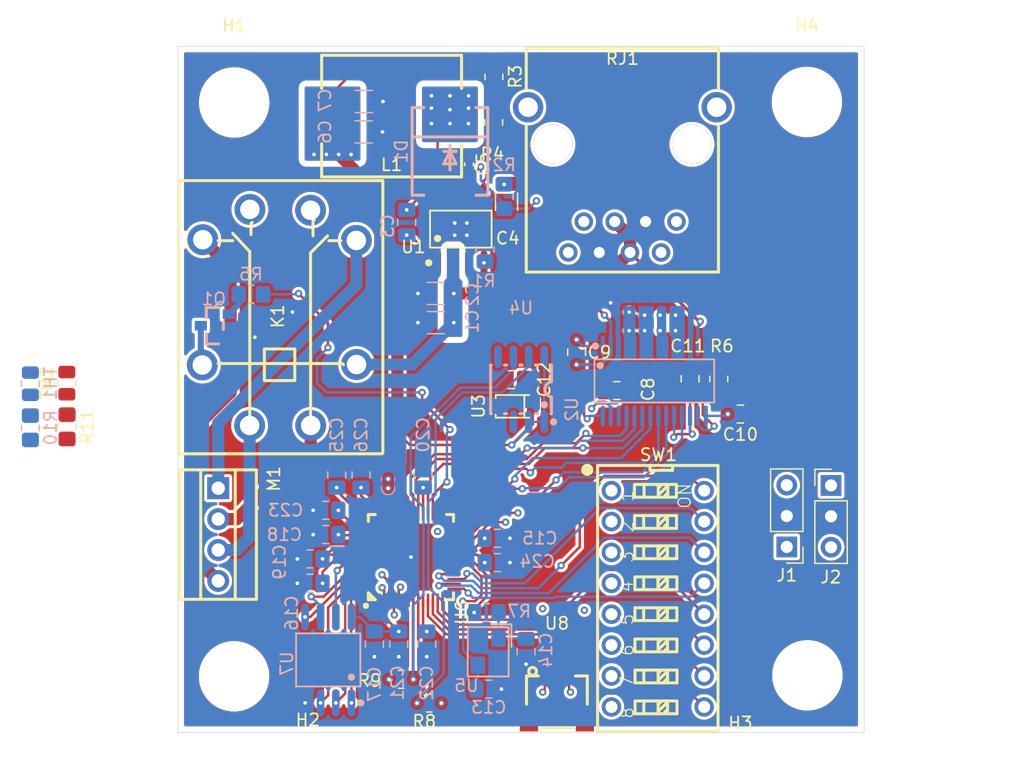
<source format=kicad_pcb>
(kicad_pcb (version 20240108) (generator "pcbnew") (generator_version "8.0")
  (layers (0 "F.Cu" signal) (1 "In1.Cu" signal) (2 "In2.Cu" signal) (31 "B.Cu" signal) (34 "B.Paste" user) (35 "F.Paste" user) (36 "B.SilkS" user "B.Silkscreen") (37 "F.SilkS" user "F.Silkscreen") (38 "B.Mask" user) (39 "F.Mask" user) (44 "Edge.Cuts" user))
  (net 0 "")
  (net 1 "VDD")
  (net 2 "GND")
  (net 3 "Net-(U1-BOOT)")
  (net 4 "Net-(D1-K)")
  (net 5 "Net-(C4-Pad1)")
  (net 6 "Net-(U1-COMP)")
  (net 7 "+3.3V")
  (net 8 "Net-(U2-CPL)")
  (net 9 "Net-(U2-CPH)")
  (net 10 "Net-(U2-VCP)")
  (net 11 "Net-(U2-DVDD)")
  (net 12 "Net-(U6-XIN)")
  (net 13 "Net-(C14-Pad2)")
  (net 14 "+1V1")
  (net 15 "/RP2040/UART0_TX")
  (net 16 "/RP2040/UART0_RX")
  (net 17 "/SWDIO")
  (net 18 "/SWCLK")
  (net 19 "/Motor/A0")
  (net 20 "/Motor/B1")
  (net 21 "/Motor/A1")
  (net 22 "/Motor/B0.Enabled")
  (net 23 "/Motor/A0.Enabled")
  (net 24 "Net-(Q1-D)")
  (net 25 "/Motor/B0")
  (net 26 "Net-(Q1-G)")
  (net 27 "Net-(U1-RT{slash}CLK)")
  (net 28 "/Power/FB")
  (net 29 "/EN_MOT")
  (net 30 "Net-(U2-nFAULT)")
  (net 31 "Net-(U6-XOUT)")
  (net 32 "/Magnetic Sensor/SCL")
  (net 33 "/Magnetic Sensor/SDA")
  (net 34 "/RP2040/ADC3")
  (net 35 "/RP2040/ADC2")
  (net 36 "/Power/Enable")
  (net 39 "/Power/Dir")
  (net 41 "/Power/Step")
  (net 42 "Net-(SW1-PIN10)")
  (net 43 "Net-(SW1-PIN13)")
  (net 44 "Net-(SW1-PIN12)")
  (net 45 "Net-(SW1-PIN11)")
  (net 46 "Net-(SW1-PIN9)")
  (net 47 "Net-(U6-GPIO14)")
  (net 48 "Net-(SW1-PIN14)")
  (net 49 "Net-(U6-GPIO15)")
  (net 51 "/EN")
  (net 52 "/STEP")
  (net 53 "/Motor/SDO")
  (net 54 "/Motor/SCLK")
  (net 56 "/DIR")
  (net 57 "/Motor/SDI")
  (net 58 "/Motor/CS")
  (net 62 "/RP2040/GP24")
  (net 63 "/RP2040/D3")
  (net 66 "/RP2040/ADC0")
  (net 67 "/RP2040/D1")
  (net 68 "/RP2040/CLK")
  (net 69 "/RP2040/SS")
  (net 70 "/RP2040/D0")
  (net 71 "/RP2040/ADC1")
  (net 72 "/RP2040/GP5")
  (net 74 "/RP2040/GP25")
  (net 75 "/RP2040/D2")
  (net 76 "/RP2040/GP4")
  (footprint "Capacitor_SMD:C_0805_2012Metric_Pad1.18x1.45mm_HandSolder" (layer "F.Cu") (at 207.4 71)
    (property "Reference" "C12")
    (property "Value" "0.1u")
  )
  (footprint "MountingHole:MountingHole_5.3mm_M5" (layer "F.Cu") (at 231.7 48.18)
    (property "Reference" "H4")
    (property "Value" "MountingHole_Pad")
  )
  (footprint "PARTS:RELAY-TH_SRE-12VDC-SL-2C" (layer "F.Cu") (at 188.34 65.89 90)
    (property "Reference" "K1")
    (property "Value" "SRE-24VDC-SL-2C")
  )
  (footprint "Connector_PinHeader_2.54mm:PinHeader_1x03_P2.54mm_Vertical" (layer "F.Cu") (at 233.684 79.699)
    (property "Reference" "J2")
    (property "Value" "Conn_01x03_Socket")
  )
  (footprint "Capacitor_SMD:C_0805_2012Metric_Pad1.18x1.45mm_HandSolder" (layer "F.Cu") (at 222.098 70.934 -90)
    (property "Reference" "C11")
    (property "Value" "0.1u")
  )
  (footprint "PARTS:SOD-123_L2.7-W1.6-LS3.7-RD" (layer "F.Cu") (at 207.5 73.2 180)
    (property "Reference" "U3")
    (property "Value" "PTVS6V0S1UR_C18723426")
  )
  (footprint "Resistor_SMD:R_0805_2012Metric_Pad1.20x1.40mm_HandSolder" (layer "F.Cu") (at 200.65 97.5925)
    (property "Reference" "R8")
    (property "Value" "5k")
  )
  (footprint "PARTS:SOIC-8_L5.0-W4.0-P1.27-LS6.0-BL-EP2.0" (layer "F.Cu") (at 203.25 58.63)
    (property "Reference" "U1")
    (property "Value" "TPS54360BDDAR")
  )
  (footprint "Capacitor_SMD:C_0402_1005Metric_Pad0.74x0.62mm_HandSolder" (layer "F.Cu") (at 203.93 53.3075 90)
    (property "Reference" "C5")
    (property "Value" "39p")
  )
  (footprint "Resistor_SMD:R_0805_2012Metric_Pad1.20x1.40mm_HandSolder" (layer "F.Cu") (at 205.95 49.86 -90)
    (property "Reference" "R4")
    (property "Value" "10.2k")
  )
  (footprint "PARTS:RJ45-TH_R-RJ45R10P-B000" (layer "F.Cu") (at 216.53 54.58)
    (property "Reference" "RJ1")
    (property "Value" "R-RJ45R10P-B000")
  )
  (footprint "Resistor_SMD:R_0805_2012Metric_Pad1.20x1.40mm_HandSolder" (layer "F.Cu") (at 198.35 95.6425)
    (property "Reference" "R9")
    (property "Value" "5k")
  )
  (footprint "MountingHole:MountingHole_5.3mm_M5" (layer "F.Cu") (at 184.61 95.39)
    (property "Reference" "H2")
    (property "Value" "MountingHole_Pad")
  )
  (footprint "PARTS:LQFN-56_L7.0-W7.0-P0.4-EP" (layer "F.Cu") (at 199.15 85.5925 90)
    (property "Reference" "U6")
    (property "Value" "RP2040")
  )
  (footprint "MountingHole:MountingHole_5.3mm_M5" (layer "F.Cu") (at 184.62 48.22)
    (property "Reference" "H1")
    (property "Value" "MountingHole_Pad")
  )
  (footprint "Resistor_SMD:R_0805_2012Metric_Pad1.20x1.40mm_HandSolder" (layer "F.Cu") (at 224.456 70.944 -90)
    (property "Reference" "R6")
    (property "Value" "10k")
  )
  (footprint "MountingHole:MountingHole_5.3mm_M5" (layer "F.Cu") (at 231.74 95.31)
    (property "Reference" "H3")
    (property "Value" "MountingHole_Pad")
  )
  (footprint "Resistor_SMD:R_0805_2012Metric_Pad1.20x1.40mm_HandSolder" (layer "F.Cu") (at 170.882 74.8795 -90)
    (property "Reference" "R11")
    (property "Value" "5k")
  )
  (footprint "PARTS:SW-TH_16P-L21.9-W9.9-P2.54-LS7.6" (layer "F.Cu") (at 219.4425 89.0175 -90)
    (property "Reference" "SW1")
    (property "Value" "DS-08BLP")
  )
  (footprint "Capacitor_SMD:C_1206_3216Metric" (layer "F.Cu") (at 207.01 56.38 -90)
    (property "Reference" "C4")
    (property "Value" "6800p")
  )
  (footprint "Capacitor_SMD:C_0805_2012Metric_Pad1.18x1.45mm_HandSolder" (layer "F.Cu") (at 212.772 68.752 90)
    (property "Reference" "C9")
    (property "Value" "0.22u")
  )
  (footprint "Connector_PinHeader_2.54mm:PinHeader_1x03_P2.54mm_Vertical" (layer "F.Cu") (at 230.044 84.754 180)
    (property "Reference" "J1")
    (property "Value" "Conn_01x03_Socket")
  )
  (footprint "Capacitor_SMD:C_0805_2012Metric_Pad1.18x1.45mm_HandSolder" (layer "F.Cu") (at 226.234 73.832 180)
    (property "Reference" "C10")
    (property "Value" "0.47u")
  )
  (footprint "Capacitor_SMD:C_0805_2012Metric_Pad1.18x1.45mm_HandSolder" (layer "F.Cu") (at 216.078 71.904 180)
    (property "Reference" "C8")
    (property "Value" "0.022u")
  )
  (footprint "Resistor_SMD:R_0805_2012Metric" (layer "F.Cu") (at 170.862 71.292 90)
    (property "Reference" "TH2")
    (property "Value" "10K")
  )
  (footprint "PARTS:CONN-TH_DB125-2.54-4P-GN" (layer "F.Cu") (at 183.308 83.738 -90)
    (property "Reference" "M1")
    (property "Value" "Stepper_Motor_bipolar")
  )
  (footprint "PARTS:CONN-SMD_SM03B-SRSS-TB-LF-SN-P" (layer "F.Cu") (at 211.15 96.98)
    (property "Reference" "U8")
    (property "Value" "SM03B-SRSS-TB(LF)(SN)(P)")
  )
  (footprint "PARTS:IND-SMD_L11.5-W10.0_FXL1040" (layer "F.Cu") (at 197.56 49.34 180)
    (property "Reference" "L1")
    (property "Value" "FXL1040-8R2-M")
  )
  (footprint "Resistor_SMD:R_0805_2012Metric_Pad1.20x1.40mm_HandSolder" (layer "F.Cu") (at 205.97 46.12 -90)
    (property "Reference" "R3")
    (property "Value" "31.6k")
  )
  (footprint "Resistor_SMD:R_0805_2012Metric_Pad1.20x1.40mm_HandSolder" (layer "B.Cu") (at 205.24 60.29 90)
    (property "Reference" "R1")
    (property "Value" "162k")
  )
  (footprint "Capacitor_SMD:C_0805_2012Metric_Pad1.18x1.45mm_HandSolder" (layer "B.Cu") (at 205.55 96.4425)
    (property "Reference" "C13")
    (property "Value" "15p")
  )
  (footprint "Resistor_SMD:R_0805_2012Metric_Pad1.20x1.40mm_HandSolder" (layer "B.Cu") (at 186 63.99 180)
    (property "Reference" "R5")
    (property "Value" "1k")
  )
  (footprint "Capacitor_SMD:C_0805_2012Metric_Pad1.18x1.45mm_HandSolder" (layer "B.Cu") (at 206.25 84.0425 180)
    (property "Reference" "C15")
    (property "Value" "0.1u")
  )
  (footprint "Capacitor_SMD:C_0805_2012Metric_Pad1.18x1.45mm_HandSolder" (layer "B.Cu") (at 192.15 81.7425)
    (property "Reference" "C23")
    (property "Value" "0.1u")
  )
  (footprint "Capacitor_SMD:C_0805_2012Metric_Pad1.18x1.45mm_HandSolder" (layer "B.Cu") (at 195.05 78.8425 -90)
    (property "Reference" "C26")
    (property "Value" "0.1u")
  )
  (footprint "PARTS:SOT-23_L2.9-W1.3-P1.90-LS2.4-BR" (layer "B.Cu") (at 183.03 66.57)
    (property "Reference" "Q1")
    (property "Value" "AO3400_C2938367")
  )
  (footprint "Resistor_SMD:R_0805_2012Metric_Pad1.20x1.40mm_HandSolder" (layer "B.Cu") (at 205.35 90.1425 180)
    (property "Reference" "R7")
    (property "Value" "1k")
  )
  (footprint "Capacitor_SMD:C_0805_2012Metric_Pad1.18x1.45mm_HandSolder" (layer "B.Cu") (at 200.45 92.7425 90)
    (property "Reference" "C22")
    (property "Value" "0.1u")
  )
  (footprint "Resistor_SMD:R_0805_2012Metric_Pad1.20x1.40mm_HandSolder" (layer "B.Cu") (at 167.868 74.9585 90)
    (property "Reference" "R10")
    (property "Value" "5k")
  )
  (footprint "PARTS:CRYSTAL-SMD_4P-L3.2-W2.5-BL" (layer "B.Cu") (at 205.5 93.3725 -90)
    (property "Reference" "U5")
    (property "Value" "ABM8-272-T3_C20625731")
  )
  (footprint "Capacitor_SMD:C_0805_2012Metric_Pad1.18x1.45mm_HandSolder" (layer "B.Cu") (at 200.15 78.8425 -90)
    (property "Reference" "C20")
    (property "Value" "0.1u")
  )
  (footprint "Capacitor_SMD:C_0805_2012Metric_Pad1.18x1.45mm_HandSolder" (layer "B.Cu") (at 206.25 86.0425 180)
    (property "Reference" "C24")
    (property "Value" "0.1u")
  )
  (footprint "Capacitor_SMD:C_0805_2012Metric_Pad1.18x1.45mm_HandSolder" (layer "B.Cu") (at 198.15 92.7425 90)
    (property "Reference" "C21")
    (property "Value" "0.1u")
  )
  (footprint "Capacitor_SMD:C_1206_3216Metric" (layer "B.Cu") (at 201.2 66.32 180)
    (property "Reference" "C1")
    (property "Value" "2.2u")
  )
  (footprint "Capacitor_SMD:C_1206_3216Metric_Pad1.33x1.80mm_HandSolder" (layer "B.Cu") (at 195.2525 50.64)
    (property "Reference" "C6")
    (property "Value" "47u")
  )
  (footprint "Capacitor_SMD:C_0805_2012Metric_Pad1.18x1.45mm_HandSolder" (layer "B.Cu") (at 196.15 92.7425 90)
    (property "Reference" "C17")
    (property "Value" "0.1u")
  )
  (footprint "Capacitor_SMD:C_0805_2012Metric_Pad1.18x1.45mm_HandSolder" (layer "B.Cu") (at 190.85 87.7425)
    (property "Reference" "C16")
    (property "Value" "0.1u")
  )
  (footprint "Capacitor_SMD:C_0805_2012Metric_Pad1.18x1.45mm_HandSolder" (layer "B.Cu") (at 193.05 78.8425 -90)
    (property "Reference" "C25")
    (property "Value" "0.1u")
  )
  (footprint "Resistor_SMD:R_0805_2012Metric" (layer "B.Cu") (at 167.868 71.3385 90)
    (property "Reference" "TH1")
    (property "Value" "10K")
  )
  (footprint "Capacitor_SMD:C_0805_2012Metric_Pad1.18x1.45mm_HandSolder" (layer "B.Cu") (at 192.15 83.7425)
    (property "Reference" "C18")
    (property "Value" "1u")
  )
  (footprint "Capacitor_SMD:C_0805_2012Metric_Pad1.18x1.45mm_HandSolder" (layer "B.Cu") (at 190.85 85.7425)
    (property "Reference" "C19")
    (property "Value" "1u")
  )
  (footprint "Resistor_SMD:R_0805_2012Metric_Pad1.20x1.40mm_HandSolder" (layer "B.Cu") (at 206.81 55.95 90)
    (property "Reference" "R2")
    (property "Value" "13k")
  )
  (footprint "PARTS:SOIC-8_L5.3-W5.3-P1.27-LS8.0-BL" (layer "B.Cu") (at 192.35 94.0425 180)
    (property "Reference" "U7")
    (property "Value" "W25Q128JVSIQTR")
  )
  (footprint "PARTS:HTSSOP-28_L9.7-W4.4-P0.65-LS6.4-BL-EP-5" (layer "B.Cu") (at 219.158 71.114)
    (property "Reference" "U2")
    (property "Value" "DRV8434SPWPR")
  )
  (footprint "PARTS:SOP-8_L4.9-W3.9-P1.27-LS6.0-BL" (layer "B.Cu") (at 208.2 71.8 180)
    (property "Reference" "U4")
    (property "Value" "MT6701CT-STD-R")
  )
  (footprint "Capacitor_SMD:C_0805_2012Metric_Pad1.18x1.45mm_HandSolder" (layer "B.Cu") (at 198.802 58.084 90)
    (property "Reference" "C3")
    (property "Value" "0.1u")
  )
  (footprint "Capacitor_SMD:C_0805_2012Metric_Pad1.18x1.45mm_HandSolder" (layer "B.Cu") (at 208.615 93.3575 90)
    (property "Reference" "C14")
    (property "Value" "15p")
  )
  (footprint "Capacitor_SMD:C_1206_3216Metric" (layer "B.Cu") (at 201.2 63.92 180)
    (property "Reference" "C2")
    (property "Value" "2.2u")
  )
  (footprint "Capacitor_SMD:C_1206_3216Metric_Pad1.33x1.80mm_HandSolder" (layer "B.Cu") (at 195.29 48.14)
    (property "Reference" "C7")
    (property "Value" "47u")
  )
  (footprint "PARTS:SMC_L7.1-W6.2-LS8.1-RD" (layer "B.Cu") (at 202.358 52.242 -90)
    (property "Reference" "D1")
    (property "Value" "B560C-13-F")
  )
  (gr_rect (start 180 43.6) (end 236.4 100) (stroke (width 0.05)) (fill none) (layer "Edge.Cuts"))
  (segment (start 215.058 65.704) (end 213.79 64.436) (width 0.25) (layer "F.Cu") (net 1))
  (segment (start 222.822 66.212) (end 217.16 60.55) (width 0.25) (layer "F.Cu") (net 1))
  (segment (start 217.16 59.27) (end 215.9 58.01) (width 1) (layer "F.Cu") (net 1))
  (segment (start 202.675 63.92) (end 213.79 63.92) (width 1) (layer "F.Cu") (net 1))
  (segment (start 213.79 64.436) (end 213.79 63.92) (width 0.25) (layer "F.Cu") (net 1))
  (segment (start 217.16 60.55) (end 217.16 59.27) (width 1) (layer "F.Cu") (net 1))
  (segment (start 213.79 63.92) (end 217.16 60.55) (width 1) (layer "F.Cu") (net 1))
  (segment (start 222.932 66.212) (end 222.822 66.212) (width 0.25) (layer "F.Cu") (net 1))
  (via (at 202.675 63.92) (size 0.6) (drill 0.3) (layers "F.Cu" "B.Cu") (net 1))
  (via (at 215.058 65.704) (size 0.6) (drill 0.3) (layers "F.Cu" "B.Cu") (net 1))
  (via (at 202.675 66.32) (size 0.6) (drill 0.3) (layers "F.Cu" "B.Cu") (net 1))
  (via (at 222.932 66.212) (size 0.6) (drill 0.3) (layers "F.Cu" "B.Cu") (net 1))
  (via (at 212.772 69.768) (size 0.6) (drill 0.3) (layers "F.Cu" "B.Cu") (net 1))
  (segment (start 215.578 68.244) (end 215.578 68.989036) (width 0.25) (layer "B.Cu") (net 1))
  (segment (start 215.578 68.989036) (end 214.799036 69.768) (width 0.25) (layer "B.Cu") (net 1))
  (segment (start 199.235 69.76) (end 202.675 66.32) (width 1) (layer "B.Cu") (net 1))
  (segment (start 222.932 66.464116) (end 222.932 66.212) (width 0.25) (layer "B.Cu") (net 1))
  (segment (start 222.738 68.244) (end 222.738 66.658116) (width 0.25) (layer "B.Cu") (net 1))
  (segment (start 222.738 66.658116) (end 222.932 66.464116) (width 0.25) (layer "B.Cu") (net 1))
  (segment (start 214.799036 69.768) (end 212.772 69.768) (width 0.25) (layer "B.Cu") (net 1))
  (segment (start 215.578 68.244) (end 215.578 66.224) (width 0.25) (layer "B.Cu") (net 1))
  (segment (start 215.578 66.224) (end 215.058 65.704) (width 0.25) (layer "B.Cu") (net 1))
  (segment (start 194.68 69.76) (end 199.235 69.76) (width 1) (layer "B.Cu") (net 1))
  (segment (start 203.93 52.74) (end 202.62 54.05) (width 0.2) (layer "F.Cu") (net 2))
  (segment (start 188.388 65.45) (end 189.404 65.45) (width 0.5) (layer "F.Cu") (net 2))
  (segment (start 213.968 60.55) (end 211.273 57.855) (width 0.5) (layer "F.Cu") (net 2))
  (segment (start 186.318 67.52) (end 188.388 65.45) (width 0.5) (layer "F.Cu") (net 2))
  (segment (start 204.07 52.74) (end 205.95 50.86) (width 0.2) (layer "F.Cu") (net 2))
  (segment (start 202.62 54.05) (end 202.62 55.86) (width 0.2) (layer "F.Cu") (net 2))
  (segment (start 211.273 57.855) (end 207.01 57.855) (width 0.5) (layer "F.Cu") (net 2))
  (segment (start 203.93 52.74) (end 204.07 52.74) (width 0.2) (layer "F.Cu") (net 2))
  (segment (start 205.86 71.5025) (end 206.3625 71) (width 0.1) (layer "F.Cu") (net 2))
  (segment (start 214.63 60.55) (end 213.968 60.55) (width 0.5) (layer "F.Cu") (net 2))
  (segment (start 205.86 73.2) (end 205.86 71.5025) (width 0.25) (layer "F.Cu") (net 2))
  (via (at 199.725 66.32) (size 0.6) (drill 0.3) (layers "F.Cu" "B.Cu") (net 2))
  (via (at 199.15 85.5925) (size 0.6) (drill 0.3) (layers "F.Cu" "B.Cu") (net 2))
  (via (at 207.2875 86.0425) (size 0.6) (drill 0.3) (layers "F.Cu" "B.Cu") (net 2))
  (via (at 198.15 93.78) (size 0.6) (drill 0.3) (layers "F.Cu" "B.Cu") (net 2))
  (via (at 206.5875 96.4425) (size 0.6) (drill 0.3) (layers "F.Cu" "B.Cu") (net 2))
  (via (at 191.1125 83.7425) (size 0.6) (drill 0.3) (layers "F.Cu" "B.Cu") (net 2))
  (via (at 196.815 50.64) (size 0.6) (drill 0.3) (layers "F.Cu" "B.Cu") (net 2))
  (via (at 189.404 65.45) (size 0.6) (drill 0.3) (layers "F.Cu" "B.Cu") (net 2))
  (via (at 200.45 93.78) (size 0.6) (drill 0.3) (layers "F.Cu" "B.Cu") (net 2))
  (via (at 191.1125 81.7425) (size 0.6) (drill 0.3) (layers "F.Cu" "B.Cu") (net 2))
  (via (at 207.2875 84.0425) (size 0.6) (drill 0.3) (layers "F.Cu" "B.Cu") (net 2))
  (via (at 190.45 97.5725) (size 0.6) (drill 0.3) (layers "F.Cu" "B.Cu") (net 2))
  (via (at 189.8125 87.7425) (size 0.6) (drill 0.3) (layers "F.Cu" "B.Cu") (net 2))
  (via (at 186.318 67.52) (size 0.6) (drill 0.3) (layers "F.Cu" "B.Cu") (net 2))
  (via (at 196.15 93.78) (size 0.6) (drill 0.3) (layers "F.Cu" "B.Cu") (net 2))
  (via (at 189.8125 85.7425) (size 0.6) (drill 0.3) (layers "F.Cu" "B.Cu") (net 2))
  (via (at 208.615 94.395) (size 0.6) (drill 0.3) (layers "F.Cu" "B.Cu") (net 2))
  (via (at 215.566 64.688) (size 0.6) (drill 0.3) (layers "F.Cu" "B.Cu") (net 2))
  (via (at 199.725 63.92) (size 0.6) (drill 0.3) (layers "F.Cu" "B.Cu") (net 2))
  (via (at 196.8525 48.14) (size 0.6) (drill 0.3) (layers "F.Cu" "B.Cu") (net 2))
  (segment (start 223.388 68.244) (end 223.388 67.519) (width 0.2) (layer "B.Cu") (net 2))
  (segment (start 214.63 60.55) (end 215.84 59.34) (width 0.5) (layer "B.Cu") (net 2))
  (segment (start 216.228 65.35) (end 215.566 64.688) (width 0.25) (layer "B.Cu") (net 2))
  (segment (start 208.5375 94.4725) (end 208.615 94.395) (width 0.2) (layer "B.Cu") (net 2))
  (segment (start 204.65 92.2725) (end 204.65 92.4725) (width 0.2) (layer "B.Cu") (net 2))
  (segment (start 217.11 59.34) (end 218.44 58.01) (width 0.5) (layer "B.Cu") (net 2))
  (segment (start 206.35 96.205) (end 206.5875 96.4425) (width 0.2) (layer "B.Cu") (net 2))
  (segment (start 206.35 94.4725) (end 208.5375 94.4725) (width 0.2) (layer "B.Cu") (net 2))
  (segment (start 216.228 68.244) (end 216.228 65.35) (width 0.25) (layer "B.Cu") (net 2))
  (segment (start 204.65 92.4725) (end 206.35 94.1725) (width 0.2) (layer "B.Cu") (net 2))
  (segment (start 215.84 59.34) (end 217.11 59.34) (width 0.5) (layer "B.Cu") (net 2))
  (segment (start 206.35 94.1725) (end 206.35 94.4725) (width 0.2) (layer "B.Cu") (net 2))
  (segment (start 206.35 94.4725) (end 206.35 96.205) (width 0.2) (layer "B.Cu") (net 2))
  (segment (start 184.18 67.52) (end 186.318 67.52) (width 0.5) (layer "B.Cu") (net 2))
  (segment (start 201.34 61.4) (end 199.0615 59.1215) (width 0.2) (layer "F.Cu") (net 3))
  (segment (start 199.0615 59.1215) (end 198.802 59.1215) (width 0.2) (layer "F.Cu") (net 3))
  (via (at 198.802 59.1215) (size 0.6) (drill 0.3) (layers "F.Cu" "B.Cu") (net 3))
  (segment (start 199.9885 55.86) (end 198.802 57.0465) (width 0.2) (layer "F.Cu") (net 4))
  (segment (start 201.34 55.86) (end 199.9885 55.86) (width 0.2) (layer "F.Cu") (net 4))
  (segment (start 201.34 50.462) (end 200.834 49.956) (width 0.2) (layer "F.Cu") (net 4))
  (segment (start 201.34 55.86) (end 201.34 50.462) (width 0.2) (layer "F.Cu") (net 4))
  (via (at 200.834 49.956) (size 0.6) (drill 0.3) (layers "F.Cu" "B.Cu") (net 4))
  (via (at 202.358 49.956) (size 0.6) (drill 0.3) (layers "F.Cu" "B.Cu") (net 4))
  (via (at 202.358 47.67) (size 0.6) (drill 0.3) (layers "F.Cu" "B.Cu") (net 4))
  (via (at 203.882 47.67) (size 0.6) (drill 0.3) (layers "F.Cu" "B.Cu") (net 4))
  (via (at 198.802 57.0465) (size 0.6) (drill 0.3) (layers "F.Cu" "B.Cu") (net 4))
  (via (at 202.358 48.812) (size 0.6) (drill 0.3) (layers "F.Cu" "B.Cu") (net 4))
  (via (at 203.882 48.686) (size 0.6) (drill 0.3) (layers "F.Cu" "B.Cu") (net 4))
  (via (at 200.834 48.686) (size 0.6) (drill 0.3) (layers "F.Cu" "B.Cu") (net 4))
  (via (at 200.834 47.67) (size 0.6) (drill 0.3) (layers "F.Cu" "B.Cu") (net 4))
  (via (at 203.882 49.956) (size 0.6) (drill 0.3) (layers "F.Cu" "B.Cu") (net 4))
  (via (at 206.81 54.95) (size 0.6) (drill 0.3) (layers "F.Cu" "B.Cu") (net 5))
  (segment (start 203.93 55.81) (end 203.88 55.86) (width 0.2) (layer "F.Cu") (net 6))
  (segment (start 204.535 53.875) (end 204.898 53.512) (width 0.2) (layer "F.Cu") (net 6))
  (segment (start 203.93 53.875) (end 203.93 55.81) (width 0.2) (layer "F.Cu") (net 6))
  (segment (start 203.93 53.875) (end 204.535 53.875) (width 0.2) (layer "F.Cu") (net 6))
  (via (at 204.898 53.512) (size 0.6) (drill 0.3) (layers "F.Cu" "B.Cu") (net 6))
  (via (at 209.47 56.306) (size 0.6) (drill 0.3) (layers "F.Cu" "B.Cu") (net 6))
  (segment (start 208.826 56.95) (end 209.47 56.306) (width 0.2) (layer "B.Cu") (net 6))
  (segment (start 204.898 54.622744) (end 204.898 53.512) (width 0.2) (layer "B.Cu") (net 6))
  (segment (start 206.81 56.95) (end 208.826 56.95) (width 0.2) (layer "B.Cu") (net 6))
  (segment (start 206.81 56.534744) (end 204.898 54.622744) (width 0.2) (layer "B.Cu") (net 6))
  (segment (start 206.81 56.95) (end 206.81 56.534744) (width 0.2) (layer "B.Cu") (net 6))
  (segment (start 208.4375 71) (end 208.4375 72.4975) (width 0.25) (layer "F.Cu") (net 7))
  (segment (start 194.8375 83.3925) (end 193.1875 81.7425) (width 0.2) (layer "F.Cu") (net 7))
  (segment (start 196.63 55.912) (end 196.63 66.072) (width 1) (layer "F.Cu") (net 7))
  (segment (start 205.97 45.12) (end 195.002 45.12) (width 0.2) (layer "F.Cu") (net 7))
  (segment (start 198.15 91.705) (end 196.55 90.105) (width 0.2) (layer "F.Cu") (net 7))
  (segment (start 192.2375 85.3925) (end 191.8875 85.7425) (width 0.2) (layer "F.Cu") (net 7))
  (segment (start 200.15 79.88) (end 200.15 82.0425) (width 0.2) (layer "F.Cu") (net 7))
  (segment (start 196.55 82.0425) (end 195.05 80.5425) (width 0.2) (layer "F.Cu") (net 7))
  (segment (start 198.04 67.482) (end 198.04 75.356) (width 1) (layer "F.Cu") (net 7))
  (segment (start 205.2125 86.0425) (end 204.5625 85.3925) (width 0.2) (layer "F.Cu") (net 7))
  (segment (start 196.63 66.072) (end 198.04 67.482) (width 1) (layer "F.Cu") (net 7))
  (segment (start 195.002 45.12) (end 192.81 47.312) (width 0.2) (layer "F.Cu") (net 7))
  (segment (start 221.006 75.484) (end 220.752 75.738) (width 0.2) (layer "F.Cu") (net 7))
  (segment (start 192.81 47.312) (end 192.81 49.34) (width 0.2) (layer "F.Cu") (net 7))
  (segment (start 198.04 77.642) (end 197.532 78.15) (width 1) (layer "F.Cu") (net 7))
  (segment (start 195.6 82.6925) (end 193.05 80.1425) (width 0.2) (layer "F.Cu") (net 7))
  (segment (start 192.6375 84.9925) (end 191.8875 85.7425) (width 0.2) (layer "F.Cu") (net 7))
  (segment (start 195.6 82.9925) (end 195.6 82.6925) (width 0.2) (layer "F.Cu") (net 7))
  (segment (start 195.05 80.5425) (end 195.05 79.88) (width 0.2) (layer "F.Cu") (net 7))
  (segment (start 197.278 79.166) (end 197.278 79.928) (width 1) (layer "F.Cu") (net 7))
  (segment (start 198.04 75.356) (end 198.04 77.642) (width 1) (layer "F.Cu") (net 7))
  (segment (start 208.4375 72.4975) (end 209.14 73.2) (width 0.25) (layer "F.Cu") (net 7))
  (segment (start 196.55 90.105) (end 196.55 89.1425) (width 0.2) (layer "F.Cu") (net 7))
  (segment (start 193.214 52.496) (end 196.63 55.912) (width 1) (layer "F.Cu") (net 7))
  (segment (start 195.6 85.3925) (end 192.2375 85.3925) (width 0.2) (layer "F.Cu") (net 7))
  (segment (start 197.278 78.404) (end 197.278 79.166) (width 1) (layer "F.Cu") (net 7))
  (segment (start 209.14 73.2) (end 209.14 74.67) (width 0.25) (layer "F.Cu") (net 7))
  (segment (start 195.6 84.9925) (end 192.6375 84.9925) (width 0.2) (layer "F.Cu") (net 7))
  (segment (start 222.098 75.306) (end 222.098 71.9715) (width 0.2) (layer "F.Cu") (net 7))
  (segment (start 197.532 78.15) (end 197.278 78.404) (width 1) (layer "F.Cu") (net 7))
  (segment (start 222.276 75.484) (end 222.098 75.306) (width 0.2) (layer "F.Cu") (net 7))
  (segment (start 195.6 83.3925) (end 194.8375 83.3925) (width 0.2) (layer "F.Cu") (net 7))
  (segment (start 193.05 80.1425) (end 193.05 79.88) (width 0.2) (layer "F.Cu") (net 7))
  (segment (start 222.276 75.484) (end 221.006 75.484) (width 0.2) (layer "F.Cu") (net 7))
  (segment (start 204.5625 85.3925) (end 202.7 85.3925) (width 0.2) (layer "F.Cu") (net 7))
  (segment (start 200.15 89.1425) (end 200.15 91.405) (width 0.2) (layer "F.Cu") (net 7))
  (segment (start 209.14 74.67) (end 207.438 76.372) (width 0.25) (layer "F.Cu") (net 7))
  (segment (start 200.15 91.405) (end 200.45 91.705) (width 0.2) (layer "F.Cu") (net 7))
  (segment (start 207.438 76.372) (end 199.056 76.372) (width 0.2) (layer "F.Cu") (net 7))
  (segment (start 199.056 76.372) (end 198.04 75.356) (width 0.2) (layer "F.Cu") (net 7))
  (via (at 222.276 75.484) (size 0.6) (drill 0.3) (layers "F.Cu" "B.Cu") (net 7))
  (via (at 197.35 95.6425) (size 0.6) (drill 0.3) (layers "F.Cu" "B.Cu") (net 7))
  (via (at 193.1875 81.7425) (size 0.6) (drill 0.3) (layers "F.Cu" "B.Cu") (net 7))
  (via (at 205.2125 86.0425) (size 0.6) (drill 0.3) (layers "F.Cu" "B.Cu") (net 7))
  (via (at 193.214 52.496) (size 0.6) (drill 0.3) (layers "F.Cu" "B.Cu") (net 7))
  (via (at 198.15 91.705) (size 0.6) (drill 0.3) (layers "F.Cu" "B.Cu") (net 7))
  (via (at 195.05 79.88) (size 0.6) (drill 0.3) (layers "F.Cu" "B.Cu") (net 7))
  (via (at 220.752 75.738) (size 0.6) (drill 0.3) (layers "F.Cu" "B.Cu") (net 7))
  (via (at 197.278 79.166) (size 0.6) (drill 0.3) (layers "F.Cu" "B.Cu") (net 7))
  (via (at 200.45 91.705) (size 0.6) (drill 0.3) (layers "F.Cu" "B.Cu") (net 7))
  (via (at 200.15 79.88) (size 0.6) (drill 0.3) (layers "F.Cu" "B.Cu") (net 7))
  (via (at 191.8875 85.7425) (size 0.6) (drill 0.3) (layers "F.Cu" "B.Cu") (net 7))
  (via (at 201.65 97.5925) (size 0.6) (drill 0.3) (layers "F.Cu" "B.Cu") (net 7))
  (via (at 191.182 52.496) (size 0.6) (drill 0.3) (layers "F.Cu" "B.Cu") (net 7))
  (via (at 207.438 76.372) (size 0.6) (drill 0.3) (layers "F.Cu" "B.Cu") (net 7))
  (via (at 197.278 79.928) (size 0.6) (drill 0.3) (layers "F.Cu" "B.Cu") (net 7))
  (via (at 194.23 52.496) (size 0.6) (drill 0.3) (layers "F.Cu" "B.Cu") (net 7))
  (via (at 192.198 52.496) (size 0.6) (drill 0.3) (layers "F.Cu" "B.Cu") (net 7))
  (via (at 193.05 79.88) (size 0.6) (drill 0.3) (layers "F.Cu" "B.Cu") (net 7))
  (segment (start 208.83 74.48) (end 208.83 74.98) (width 0.2) (layer "B.Cu") (net 7))
  (segment (start 198.15 91.705) (end 196.15 91.705) (width 0.2) (layer "B.Cu") (net 7))
  (segment (start 222.276 75.484) (end 222.088 75.296) (width 0.2) (layer "B.Cu") (net 7))
  (segment (start 208.83 74.98) (end 207.438 76.372) (width 0.2) (layer "B.Cu") (net 7))
  (segment (start 220.788 73.984) (end 220.788 75.484) (width 0.2) (layer "B.Cu") (net 7))
  (segment (start 194.9575 90.5125) (end 196.15 91.705) (width 0.2) (layer "B.Cu") (net 7))
  (segment (start 222.088 75.296) (end 222.088 73.984) (width 0.2) (layer "B.Cu") (net 7))
  (segment (start 210.11 74.48) (end 208.83 74.48) (width 0.2) (layer "B.Cu") (net 7))
  (segment (start 194.26 90.5125) (end 194.9575 90.5125) (width 0.2) (layer "B.Cu") (net 7))
  (segment (start 210.11 69.12) (end 210.11 74.48) (width 0.2) (layer "B.Cu") (net 7))
  (segment (start 220.788 75.702) (end 220.752 75.738) (width 0.2) (layer "B.Cu") (net 7))
  (segment (start 216.0755 72.944) (end 217.1155 71.904) (width 0.2) (layer "F.Cu") (net 8))
  (segment (start 214.437824 72.944) (end 216.0755 72.944) (width 0.2) (layer "F.Cu") (net 8))
  (segment (start 213.997824 73.384) (end 214.437824 72.944) (width 0.2) (layer "F.Cu") (net 8))
  (via (at 213.997824 73.384) (size 0.6) (drill 0.3) (layers "F.Cu" "B.Cu") (net 8))
  (segment (start 215.12268 72.819) (end 215.578 73.27432) (width 0.2) (layer "B.Cu") (net 8))
  (segment (start 213.997824 73.384) (end 214.562824 72.819) (width 0.2) (layer "B.Cu") (net 8))
  (segment (start 214.562824 72.819) (end 215.12268 72.819) (width 0.2) (layer "B.Cu") (net 8))
  (segment (start 215.578 73.27432) (end 215.578 73.984) (width 0.2) (layer "B.Cu") (net 8))
  (segment (start 213.64 74.214) (end 213.386 73.96) (width 0.2) (layer "F.Cu") (net 9))
  (segment (start 213.386 73.96) (end 213.386 72.69) (width 0.2) (layer "F.Cu") (net 9))
  (segment (start 214.172 71.904) (end 215.0405 71.904) (width 0.2) (layer "F.Cu") (net 9))
  (segment (start 213.386 72.69) (end 214.172 71.904) (width 0.2) (layer "F.Cu") (net 9))
  (via (at 213.64 74.214) (size 0.6) (drill 0.3) (layers "F.Cu" "B.Cu") (net 9))
  (segment (start 213.87 73.984) (end 214.928 73.984) (width 0.2) (layer "B.Cu") (net 9))
  (segment (start 213.64 74.214) (end 213.87 73.984) (width 0.2) (layer "B.Cu") (net 9))
  (via (at 212.772 67.7145) (size 0.6) (drill 0.3) (layers "F.Cu" "B.Cu") (net 10))
  (segment (start 213.3015 68.244) (end 214.928 68.244) (width 0.2) (layer "B.Cu") (net 10))
  (segment (start 212.772 67.7145) (end 213.3015 68.244) (width 0.2) (layer "B.Cu") (net 10))
  (segment (start 225.1965 73.832) (end 224.138 72.7735) (width 0.2) (layer "F.Cu") (net 11))
  (segment (start 224.138 72.7735) (end 224.138 71.944) (width 0.2) (layer "F.Cu") (net 11))
  (via (at 225.1965 73.832) (size 0.6) (drill 0.3) (layers "F.Cu" "B.Cu") (net 11))
  (segment (start 225.0445 73.984) (end 223.388 73.984) (width 0.2) (layer "B.Cu") (net 11))
  (segment (start 225.1965 73.832) (end 225.0445 73.984) (width 0.2) (layer "B.Cu") (net 11))
  (segment (start 203.417391 89.215443) (end 204.428528 89.215443) (width 0.2) (layer "F.Cu") (net 12))
  (segment (start 204.95 88.693971) (end 204.95 87.208186) (width 0.2) (layer "F.Cu") (net 12))
  (segment (start 203.934314 86.1925) (end 202.7 86.1925) (width 0.2) (layer "F.Cu") (net 12))
  (segment (start 204.95 87.208186) (end 203.934314 86.1925) (width 0.2) (layer "F.Cu") (net 12))
  (segment (start 204.428528 89.215443) (end 204.95 88.693971) (width 0.2) (layer "F.Cu") (net 12))
  (via (at 203.417391 89.215443) (size 0.6) (drill 0.3) (layers "F.Cu" "B.Cu") (net 12))
  (segment (start 204.65 94.4725) (end 204.65 96.305) (width 0.2) (layer "B.Cu") (net 12))
  (segment (start 203.554852 89.352904) (end 203.45 89.457756) (width 0.2) (layer "B.Cu") (net 12))
  (segment (start 203.417391 89.215443) (end 203.554852 89.352904) (width 0.2) (layer "B.Cu") (net 12))
  (segment (start 204.65 96.305) (end 204.5125 96.4425) (width 0.2) (layer "B.Cu") (net 12))
  (segment (start 203.45 93.2725) (end 204.65 94.4725) (width 0.2) (layer "B.Cu") (net 12))
  (segment (start 203.45 89.457756) (end 203.45 93.2725) (width 0.2) (layer "B.Cu") (net 12))
  (segment (start 206.35 92.2725) (end 208.5675 92.2725) (width 0.2) (layer "B.Cu") (net 13))
  (segment (start 208.5675 92.2725) (end 208.615 92.32) (width 0.2) (layer "B.Cu") (net 13))
  (segment (start 206.35 90.1425) (end 206.35 92.2725) (width 0.2) (layer "B.Cu") (net 13))
  (segment (start 205.2125 84.0425) (end 204.2625 84.9925) (width 0.2) (layer "F.Cu") (net 14))
  (segment (start 192.9 85.7925) (end 191.8875 86.805) (width 0.2) (layer "F.Cu") (net 14))
  (segment (start 204.2625 84.9925) (end 202.7 84.9925) (width 0.2) (layer "F.Cu") (net 14))
  (segment (start 195.6 85.7925) (end 192.9 85.7925) (width 0.2) (layer "F.Cu") (net 14))
  (segment (start 193.1875 83.7425) (end 193.2375 83.7925) (width 0.2) (layer "F.Cu") (net 14))
  (segment (start 193.2375 83.7925) (end 195.6 83.7925) (width 0.2) (layer "F.Cu") (net 14))
  (segment (start 191.8875 86.805) (end 191.8875 87.7425) (width 0.2) (layer "F.Cu") (net 14))
  (via (at 205.2125 84.0425) (size 0.6) (drill 0.3) (layers "F.Cu" "B.Cu") (net 14))
  (via (at 201.342 83.484) (size 0.6) (drill 0.3) (layers "F.Cu" "B.Cu") (net 14))
  (via (at 191.8875 87.7425) (size 0.6) (drill 0.3) (layers "F.Cu" "B.Cu") (net 14))
  (via (at 193.1875 83.7425) (size 0.6) (drill 0.3) (layers "F.Cu" "B.Cu") (net 14))
  (segment (start 196.778645 88.109321) (end 196.778645 88.151174) (width 0.2) (layer "F.Cu") (net 15))
  (segment (start 196.778645 88.151174) (end 196.95 88.322529) (width 0.2) (layer "F.Cu") (net 15))
  (segment (start 196.95 88.322529) (end 196.95 89.1425) (width 0.2) (layer "F.Cu") (net 15))
  (via (at 196.778645 88.109321) (size 0.6) (drill 0.3) (layers "F.Cu" "B.Cu") (net 15))
  (segment (start 197.378645 88.35785) (end 197.35 88.386495) (width 0.2) (layer "F.Cu") (net 16))
  (segment (start 197.35 88.386495) (end 197.35 89.1425) (width 0.2) (layer "F.Cu") (net 16))
  (segment (start 196.77 87.04) (end 197.378645 87.648645) (width 0.2) (layer "F.Cu") (net 16))
  (segment (start 197.378645 87.648645) (end 197.378645 88.35785) (width 0.2) (layer "F.Cu") (net 16))
  (via (at 196.77 87.04) (size 0.6) (drill 0.3) (layers "F.Cu" "B.Cu") (net 16))
  (segment (start 212.15 95.04) (end 212.15 96.578) (width 0.2) (layer "F.Cu") (net 17))
  (segment (start 212.15 96.578) (end 212.264 96.692) (width 0.2) (layer "F.Cu") (net 17))
  (segment (start 203.648285 84.1925) (end 205.880785 81.96) (width 0.2) (layer "F.Cu") (net 17))
  (segment (start 205.880785 81.96) (end 207.946 81.96) (width 0.2) (layer "F.Cu") (net 17))
  (segment (start 202.7 84.1925) (end 203.648285 84.1925) (width 0.2) (layer "F.Cu") (net 17))
  (via (at 207.946 81.96) (size 0.6) (drill 0.3) (layers "F.Cu" "B.Cu") (net 17))
  (via (at 212.264 96.692) (size 0.6) (drill 0.3) (layers "F.Cu" "B.Cu") (net 17))
  (segment (start 203.813971 84.5925) (end 205.684471 82.722) (width 0.2) (layer "F.Cu") (net 18))
  (segment (start 210.15 95.04) (end 210.15 96.52) (width 0.2) (layer "F.Cu") (net 18))
  (segment (start 202.7 84.5925) (end 203.813971 84.5925) (width 0.2) (layer "F.Cu") (net 18))
  (segment (start 205.684471 82.722) (end 206.93 82.722) (width 0.2) (layer "F.Cu") (net 18))
  (segment (start 210.15 96.52) (end 209.978 96.692) (width 0.2) (layer "F.Cu") (net 18))
  (via (at 206.93 82.722) (size 0.6) (drill 0.3) (layers "F.Cu" "B.Cu") (net 18))
  (via (at 209.978 89.834) (size 0.6) (drill 0.3) (layers "F.Cu" "B.Cu") (net 18))
  (via (at 213.407 89.961) (size 0.6) (drill 0.3) (layers "F.Cu" "B.Cu") (net 18))
  (via (at 209.978 96.692) (size 0.6) (drill 0.3) (layers "F.Cu" "B.Cu") (net 18))
  (segment (start 190.91 76.39) (end 190.91 74.77) (width 1) (layer "F.Cu") (net 19))
  (segment (start 184.832 82.468) (end 190.91 76.39) (width 1) (layer "F.Cu") (net 19))
  (segment (start 183.308 82.468) (end 184.832 82.468) (width 1) (layer "F.Cu") (net 19))
  (segment (start 182.04 59.5) (end 184.324 61.784) (width 1) (layer "F.Cu") (net 20))
  (segment (start 184.324 72.054) (end 181.276 75.102) (width 1) (layer "F.Cu") (net 20))
  (segment (start 184.324 61.784) (end 184.324 72.054) (width 1) (layer "F.Cu") (net 20))
  (segment (start 181.276 85.516) (end 183.308 87.548) (width 1) (layer "F.Cu") (net 20))
  (segment (start 181.276 75.102) (end 181.276 85.516) (width 1) (layer "F.Cu") (net 20))
  (via (at 219.63 66.974) (size 0.6) (drill 0.3) (layers "F.Cu" "B.Cu") (net 20))
  (via (at 219.63 65.704) (size 0.6) (drill 0.3) (layers "F.Cu" "B.Cu") (net 20))
  (via (at 218.36 65.704) (size 0.6) (drill 0.3) (layers "F.Cu" "B.Cu") (net 21))
  (via (at 218.36 66.974) (size 0.6) (drill 0.3) (layers "F.Cu" "B.Cu") (net 21))
  (segment (start 183.308 78.912) (end 183.308 74.565999) (width 1) (layer "B.Cu") (net 21))
  (segment (start 183.308 74.565999) (end 194.66 63.213999) (width 1) (layer "B.Cu") (net 21))
  (segment (start 194.66 63.213999) (end 194.66 59.56) (width 1) (layer "B.Cu") (net 21))
  (via (at 220.9 65.704) (size 0.6) (drill 0.3) (layers "F.Cu" "B.Cu") (net 22))
  (via (at 220.9 66.974) (size 0.6) (drill 0.3) (layers "F.Cu" "B.Cu") (net 22))
  (via (at 217.09 66.974) (size 0.6) (drill 0.3) (layers "F.Cu" "B.Cu") (net 23))
  (via (at 217.09 65.45) (size 0.6) (drill 0.3) (layers "F.Cu" "B.Cu") (net 23))
  (segment (start 181.88 69.68) (end 182 69.8) (width 0.2) (layer "B.Cu") (net 24))
  (segment (start 181.88 66.57) (end 181.88 69.68) (width 0.5) (layer "B.Cu") (net 24))
  (segment (start 184.832 85.008) (end 183.308 85.008) (width 1) (layer "B.Cu") (net 25))
  (segment (start 185.848 81.452) (end 185.848 83.992) (width 1) (layer "B.Cu") (net 25))
  (segment (start 185.848 83.992) (end 184.832 85.008) (width 1) (layer "B.Cu") (net 25))
  (segment (start 185.89 74.77) (end 185.89 81.41) (width 1) (layer "B.Cu") (net 25))
  (segment (start 185.89 81.41) (end 185.848 81.452) (width 1) (layer "B.Cu") (net 25))
  (segment (start 185 64.8) (end 184.18 65.62) (width 0.5) (layer "B.Cu") (net 26))
  (segment (start 185 63.99) (end 185 64.8) (width 0.5) (layer "B.Cu") (net 26))
  (via (at 205.15 61.4) (size 0.6) (drill 0.3) (layers "F.Cu" "B.Cu") (net 27))
  (segment (start 206.95 49.86) (end 205.95 48.86) (width 0.2) (layer "F.Cu") (net 28))
  (segment (start 206.95 52.84) (end 206.95 49.86) (width 0.2) (layer "F.Cu") (net 28))
  (segment (start 205.15 55.86) (end 205.15 54.64) (width 0.2) (layer "F.Cu") (net 28))
  (segment (start 205.15 54.64) (end 206.95 52.84) (width 0.2) (layer "F.Cu") (net 28))
  (segment (start 205.95 48.86) (end 205.95 47.14) (width 0.2) (layer "F.Cu") (net 28))
  (segment (start 205.95 47.14) (end 205.97 47.12) (width 0.2) (layer "F.Cu") (net 28))
  (segment (start 202.358 75.102) (end 200.072 72.816) (width 0.2) (layer "F.Cu") (net 29))
  (segment (start 202.024215 79.42) (end 202.104 79.42) (width 0.2) (layer "F.Cu") (net 29))
  (segment (start 200.072 72.816) (end 200.072 72.054) (width 0.2) (layer "F.Cu") (net 29))
  (segment (start 192.325 66.339) (end 189.912 63.926) (width 0.2) (layer "F.Cu") (net 29))
  (segment (start 200.95 80.494215) (end 202.024215 79.42) (width 0.2) (layer "F.Cu") (net 29))
  (segment (start 192.325 68.371) (end 192.325 66.339) (width 0.2) (layer "F.Cu") (net 29))
  (segment (start 200.95 82.0425) (end 200.95 80.494215) (width 0.2) (layer "F.Cu") (net 29))
  (via (at 189.912 63.926) (size 0.6) (drill 0.3) (layers "F.Cu" "B.Cu") (net 29))
  (via (at 200.072 72.054) (size 0.6) (drill 0.3) (layers "F.Cu" "B.Cu") (net 29))
  (via (at 192.325 68.371) (size 0.6) (drill 0.3) (layers "F.Cu" "B.Cu") (net 29))
  (via (at 202.104 79.42) (size 0.6) (drill 0.3) (layers "F.Cu" "B.Cu") (net 29))
  (via (at 202.358 75.102) (size 0.6) (drill 0.3) (layers "F.Cu" "B.Cu") (net 29))
  (segment (start 202.104 75.356) (end 202.358 75.102) (width 0.2) (layer "B.Cu") (net 29))
  (segment (start 192.198 72.054) (end 191.436 71.292) (width 0.2) (layer "B.Cu") (net 29))
  (segment (start 192.452 72.054) (end 192.198 72.054) (width 0.2) (layer "B.Cu") (net 29))
  (segment (start 191.436 69.26) (end 192.325 68.371) (width 0.2) (layer "B.Cu") (net 29))
  (segment (start 191.436 71.292) (end 191.436 69.26) (width 0.2) (layer "B.Cu") (net 29))
  (segment (start 192.325 68.371) (end 192.452 68.244) (width 0.2) (layer "B.Cu") (net 29))
  (segment (start 189.848 63.99) (end 189.912 63.926) (width 0.2) (layer "B.Cu") (net 29))
  (segment (start 202.104 79.42) (end 202.104 75.356) (width 0.2) (layer "B.Cu") (net 29))
  (segment (start 200.072 72.054) (end 192.452 72.054) (width 0.2) (layer "B.Cu") (net 29))
  (segment (start 187 63.99) (end 189.848 63.99) (width 0.2) (layer "B.Cu") (net 29))
  (segment (start 223.138 70.944) (end 224.138 69.944) (width 0.2) (layer "F.Cu") (net 30))
  (segment (start 224.076402 74.830931) (end 223.138 73.892529) (width 0.2) (layer "F.Cu") (net 30))
  (segment (start 223.138 73.892529) (end 223.138 70.944) (width 0.2) (layer "F.Cu") (net 30))
  (via (at 224.076402 74.830931) (size 0.6) (drill 0.3) (layers "F.Cu" "B.Cu") (net 30))
  (segment (start 222.738 74.69368) (end 222.738 73.984) (width 0.2) (layer "B.Cu") (net 30))
  (segment (start 224.076402 74.830931) (end 223.758333 75.149) (width 0.2) (layer "B.Cu") (net 30))
  (segment (start 223.19332 75.149) (end 222.738 74.69368) (width 0.2) (layer "B.Cu") (net 30))
  (segment (start 223.758333 75.149) (end 223.19332 75.149) (width 0.2) (layer "B.Cu") (net 30))
  (segment (start 202.7 85.7925) (end 204.1 85.7925) (width 0.2) (layer "F.Cu") (net 31))
  (segment (start 204.1 85.7925) (end 205.35 87.0425) (width 0.2) (layer "F.Cu") (net 31))
  (segment (start 204.35 89.859657) (end 204.35 90.1425) (width 0.2) (layer "F.Cu") (net 31))
  (segment (start 205.35 87.0425) (end 205.35 88.859657) (width 0.2) (layer "F.Cu") (net 31))
  (segment (start 205.35 88.859657) (end 204.35 89.859657) (width 0.2) (layer "F.Cu") (net 31))
  (via (at 204.35 90.1425) (size 0.6) (drill 0.3) (layers "F.Cu" "B.Cu") (net 31))
  (segment (start 199.75 94.457756) (end 200.25 94.957756) (width 0.2) (layer "F.Cu") (net 32))
  (segment (start 199.75 89.1425) (end 199.75 94.457756) (width 0.2) (layer "F.Cu") (net 32))
  (segment (start 200.25 94.957756) (end 200.25 96.4425) (width 0.2) (layer "F.Cu") (net 32))
  (segment (start 200.25 96.4425) (end 199.25 97.4425) (width 0.2) (layer "F.Cu") (net 32))
  (via (at 199.65 97.5925) (size 0.6) (drill 0.3) (layers "F.Cu" "B.Cu") (net 32))
  (segment (start 200.58 88.056) (end 200.58 81.047244) (width 0.2) (layer "B.Cu") (net 32))
  (segment (start 200.58 81.047244) (end 201.175 80.452244) (width 0.2) (layer "B.Cu") (net 32))
  (segment (start 201.175 74.253) (end 203.374 72.054) (width 0.2) (layer "B.Cu") (net 32))
  (segment (start 201.85 89.326) (end 200.58 88.056) (width 0.2) (layer "B.Cu") (net 32))
  (segment (start 199.65 97.368) (end 201.85 95.168) (width 0.2) (layer "B.Cu") (net 32))
  (segment (start 206.676 72.054) (end 208.83 69.9) (width 0.2) (layer "B.Cu") (net 32))
  (segment (start 201.175 80.452244) (end 201.175 74.253) (width 0.2) (layer "B.Cu") (net 32))
  (segment (start 203.374 72.054) (end 206.676 72.054) (width 0.2) (layer "B.Cu") (net 32))
  (segment (start 201.85 95.168) (end 201.85 89.326) (width 0.2) (layer "B.Cu") (net 32))
  (segment (start 208.83 69.9) (end 208.83 69.12) (width 0.2) (layer "B.Cu") (net 32))
  (segment (start 199.65 97.5925) (end 199.65 97.368) (width 0.2) (layer "B.Cu") (net 32))
  (segment (start 199.35 89.1425) (end 199.35 95.6425) (width 0.2) (layer "F.Cu") (net 33))
  (via (at 199.35 95.6425) (size 0.6) (drill 0.3) (layers "F.Cu" "B.Cu") (net 33))
  (segment (start 200.18 81.507244) (end 200.18 88.71) (width 0.2) (layer "B.Cu") (net 33))
  (segment (start 207.57 69.12) (end 207.57 70.144) (width 0.2) (layer "B.Cu") (net 33))
  (segment (start 199.125 80.452244) (end 200.18 81.507244) (width 0.2) (layer "B.Cu") (net 33))
  (segment (start 206.06 71.654) (end 203.208314 71.654) (width 0.2) (layer "B.Cu") (net 33))
  (segment (start 207.57 70.144) (end 206.06 71.654) (width 0.2) (layer "B.Cu") (net 33))
  (segment (start 200.18 88.71) (end 199.31 89.58) (width 0.2) (layer "B.Cu") (net 33))
  (segment (start 199.125 75.737314) (end 199.125 80.452244) (width 0.2) (layer "B.Cu") (net 33))
  (segment (start 203.208314 71.654) (end 199.125 75.737314) (width 0.2) (layer "B.Cu") (net 33))
  (segment (start 199.31 89.58) (end 199.31 95.676) (width 0.2) (layer "B.Cu") (net 33))
  (segment (start 197.75 90.306) (end 197.786 90.342) (width 0.2) (layer "F.Cu") (net 39))
  (segment (start 197.75 89.1425) (end 197.75 90.306) (width 0.2) (layer "F.Cu") (net 39))
  (via (at 197.786 90.342) (size 0.6) (drill 0.3) (layers "F.Cu" "B.Cu") (net 39))
  (segment (start 198.15 88.2) (end 198.294 88.056) (width 0.2) (layer "F.Cu") (net 41))
  (segment (start 198.15 89.1425) (end 198.15 88.2) (width 0.2) (layer "F.Cu") (net 41))
  (via (at 198.294 88.056) (size 0.6) (drill 0.3) (layers "F.Cu" "B.Cu") (net 41))
  (segment (start 202.218628 91.5425) (end 205.55 91.5425) (width 0.2) (layer "F.Cu") (net 42))
  (segment (start 213.772635 94.152) (end 211.163135 91.5425) (width 0.2) (layer "F.Cu") (net 42))
  (segment (start 211.163135 91.5425) (end 205.406 91.5425) (width 0.2) (layer "F.Cu") (net 42))
  (segment (start 200.95 90.273872) (end 202.218628 91.5425) (width 0.2) (layer "F.Cu") (net 42))
  (segment (start 222.037 94.152) (end 213.772635 94.152) (width 0.2) (layer "F.Cu") (net 42))
  (segment (start 200.95 89.1425) (end 200.95 90.273872) (width 0.2) (layer "F.Cu") (net 42))
  (segment (start 223.2525 95.3675) (end 222.037 94.152) (width 0.2) (layer "F.Cu") (net 42))
  (segment (start 203.5 88.1925) (end 202.7 88.1925) (width 0.2) (layer "F.Cu") (net 43))
  (segment (start 203.85 88.5425) (end 203.5 88.1925) (width 0.2) (layer "F.Cu") (net 43))
  (via (at 203.85 88.5425) (size 0.6) (drill 0.3) (layers "F.Cu" "B.Cu") (net 43))
  (segment (start 210.927185 88.9425) (end 211.022185 88.8475) (width 0.2) (layer "B.Cu") (net 43))
  (segment (start 204.25 88.9425) (end 210.927185 88.9425) (width 0.2) (layer "B.Cu") (net 43))
  (segment (start 211.022185 88.8475) (end 222.1525 88.8475) (width 0.2) (layer "B.Cu") (net 43))
  (segment (start 222.1525 88.8475) (end 223.2525 87.7475) (width 0.2) (layer "B.Cu") (net 43))
  (segment (start 203.85 88.5425) (end 204.25 88.9425) (width 0.2) (layer "B.Cu") (net 43))
  (segment (start 201.75 89.9425) (end 202.55 90.7425) (width 0.2) (layer "F.Cu") (net 44))
  (segment (start 202.55 90.7425) (end 210.8475 90.7425) (width 0.2) (layer "F.Cu") (net 44))
  (segment (start 210.8475 90.7425) (end 214.9425 86.6475) (width 0.2) (layer "F.Cu") (net 44))
  (segment (start 214.9425 86.6475) (end 219.6125 86.6475) (width 0.2) (layer "F.Cu") (net 44))
  (segment (start 201.75 89.1425) (end 201.75 89.9425) (width 0.2) (layer "F.Cu") (net 44))
  (segment (start 219.6125 86.6475) (end 223.2525 90.2875) (width 0.2) (layer "F.Cu") (net 44))
  (segment (start 222.037 91.612) (end 223.2525 92.8275) (width 0.2) (layer "F.Cu") (net 45))
  (segment (start 202.384314 91.1425) (end 212.391865 91.1425) (width 0.2) (layer "F.Cu") (net 45))
  (segment (start 201.35 90.108186) (end 202.384314 91.1425) (width 0.2) (layer "F.Cu") (net 45))
  (segment (start 201.35 89.1425) (end 201.35 90.108186) (width 0.2) (layer "F.Cu") (net 45))
  (segment (start 212.861365 91.612) (end 222.037 91.612) (width 0.2) (layer "F.Cu") (net 45))
  (segment (start 212.391865 91.1425) (end 212.861365 91.612) (width 0.2) (layer "F.Cu") (net 45))
  (segment (start 200.55 89.1425) (end 200.55 90.439558) (width 0.2) (layer "F.Cu") (net 46))
  (segment (start 202.052942 91.9425) (end 210.5625 91.9425) (width 0.2) (layer "F.Cu") (net 46))
  (segment (start 210.5625 91.9425) (end 215.4275 96.8075) (width 0.2) (layer "F.Cu") (net 46))
  (segment (start 215.4275 96.8075) (end 222.1525 96.8075) (width 0.2) (layer "F.Cu") (net 46))
  (segment (start 200.55 90.439558) (end 202.052942 91.9425) (width 0.2) (layer "F.Cu") (net 46))
  (segment (start 222.1525 96.8075) (end 223.2525 97.9075) (width 0.2) (layer "F.Cu") (net 46))
  (segment (start 203.75 87.1925) (end 203.55 87.3925) (width 0.2) (layer "F.Cu") (net 47))
  (segment (start 203.55 87.3925) (end 202.7 87.3925) (width 0.2) (layer "F.Cu") (net 47))
  (segment (start 203.75 86.9425) (end 203.75 87.1925) (width 0.2) (layer "F.Cu") (net 47))
  (via (at 203.75 86.9425) (size 0.6) (drill 0.3) (layers "F.Cu" "B.Cu") (net 47))
  (segment (start 204.2299 86.9425) (end 205.0299 87.7425) (width 0.2) (layer "B.Cu") (net 47))
  (segment (start 214.6885 81.5675) (end 222.1525 81.5675) (width 0.2) (layer "B.Cu") (net 47))
  (segment (start 205.0299 87.7425) (end 208.5135 87.7425) (width 0.2) (layer "B.Cu") (net 47))
  (segment (start 203.75 86.9425) (end 204.2299 86.9425) (width 0.2) (layer "B.Cu") (net 47))
  (segment (start 208.5135 87.7425) (end 214.6885 81.5675) (width 0.2) (layer "B.Cu") (net 47))
  (segment (start 222.1525 81.5675) (end 223.2525 82.6675) (width 0.2) (layer "B.Cu") (net 47))
  (segment (start 201.6 87.7925) (end 202.7 87.7925) (width 0.2) (layer "F.Cu") (net 48))
  (segment (start 201.45 87.9425) (end 201.6 87.7925) (width 0.2) (layer "F.Cu") (net 48))
  (via (at 201.45 87.9425) (size 0.6) (drill 0.3) (layers "F.Cu" "B.Cu") (net 48))
  (segment (start 222.037 83.992) (end 223.2525 85.2075) (width 0.2) (layer "B.Cu") (net 48))
  (segment (start 204.098529 87.9425) (end 204.698529 88.5425) (width 0.2) (layer "B.Cu") (net 48))
  (segment (start 204.698529 88.5425) (end 210.5075 88.5425) (width 0.2) (layer "B.Cu") (net 48))
  (segment (start 210.5075 88.5425) (end 215.058 83.992) (width 0.2) (layer "B.Cu") (net 48))
  (segment (start 201.45 87.9425) (end 204.098529 87.9425) (width 0.2) (layer "B.Cu") (net 48))
  (segment (start 215.058 83.992) (end 222.037 83.992) (width 0.2) (layer "B.Cu") (net 48))
  (segment (start 213.026 80.944) (end 215.058 78.912) (width 0.2) (layer "F.Cu") (net 49))
  (segment (start 222.037 78.912) (end 223.2525 80.1275) (width 0.2) (layer "F.Cu") (net 49))
  (segment (start 215.058 78.912) (end 222.037 78.912) (width 0.2) (layer "F.Cu") (net 49))
  (segment (start 201.591406 86.9925) (end 202.7 86.9925) (width 0.2) (layer "F.Cu") (net 49))
  (segment (start 211.502 86.278) (end 213.026 84.754) (width 0.2) (layer "F.Cu") (net 49))
  (segment (start 201.441362 87.142544) (end 201.591406 86.9925) (width 0.2) (layer "F.Cu") (net 49))
  (segment (start 213.026 84.754) (end 213.026 80.944) (width 0.2) (layer "F.Cu") (net 49))
  (via (at 211.502 86.278) (size 0.6) (drill 0.3) (layers "F.Cu" "B.Cu") (net 49))
  (via (at 201.441362 87.142544) (size 0.6) (drill 0.3) (layers "F.Cu" "B.Cu") (net 49))
  (segment (start 204.864215 88.1425) (end 204.264215 87.5425) (width 0.2) (layer "B.Cu") (net 49))
  (segment (start 211.502 86.278) (end 209.6375 88.1425) (width 0.2) (layer "B.Cu") (net 49))
  (segment (start 204.264215 87.5425) (end 201.898529 87.5425) (width 0.2) (layer "B.Cu") (net 49))
  (segment (start 201.498573 87.142544) (end 201.441362 87.142544) (width 0.2) (layer "B.Cu") (net 49))
  (segment (start 201.898529 87.5425) (end 201.498573 87.142544) (width 0.2) (layer "B.Cu") (net 49))
  (segment (start 209.6375 88.1425) (end 204.864215 88.1425) (width 0.2) (layer "B.Cu") (net 49))
  (segment (start 199.55 80.128529) (end 199.75 80.328529) (width 0.2) (layer "F.Cu") (net 51))
  (segment (start 212.734 76.226) (end 209.979785 76.226) (width 0.2) (layer "F.Cu") (net 51))
  (segment (start 199.55 79.237686) (end 199.55 80.128529) (width 0.2) (layer "F.Cu") (net 51))
  (segment (start 208.671785 77.534) (end 201.253686 77.534) (width 0.2) (layer "F.Cu") (net 51))
  (segment (start 209.979785 76.226) (end 208.671785 77.534) (width 0.2) (layer "F.Cu") (net 51))
  (segment (start 201.253686 77.534) (end 199.55 79.237686) (width 0.2) (layer "F.Cu") (net 51))
  (segment (start 213.534 75.426) (end 212.734 76.226) (width 0.2) (layer "F.Cu") (net 51))
  (segment (start 199.75 80.328529) (end 199.75 82.0425) (width 0.2) (layer "F.Cu") (net 51))
  (via (at 213.534 75.426) (size 0.6) (drill 0.3) (layers "F.Cu" "B.Cu") (net 51))
  (segment (start 213.534 75.426) (end 213.734 75.626) (width 0.2) (layer "B.Cu") (net 51))
  (segment (start 213.734 75.626) (end 216.301 75.626) (width 0.2) (layer "B.Cu") (net 51))
  (segment (start 216.301 75.626) (end 216.878 75.049) (width 0.2) (layer "B.Cu") (net 51))
  (segment (start 216.878 75.049) (end 216.878 73.984) (width 0.2) (layer "B.Cu") (net 51))
  (segment (start 200.75 80.128529) (end 200.55 80.328529) (width 0.2) (layer "F.Cu") (net 52))
  (segment (start 210.145471 76.626) (end 208.837471 77.934) (width 0.2) (layer "F.Cu") (net 52))
  (segment (start 201.812 77.934) (end 200.75 78.996) (width 0.2) (layer "F.Cu") (net 52))
  (segment (start 213.28 76.626) (end 210.145471 76.626) (width 0.2) (layer "F.Cu") (net 52))
  (segment (start 208.837471 77.934) (end 201.812 77.934) (width 0.2) (layer "F.Cu") (net 52))
  (segment (start 200.55 80.328529) (end 200.55 82.0425) (width 0.2) (layer "F.Cu") (net 52))
  (segment (start 200.75 78.996) (end 200.75 80.128529) (width 0.2) (layer "F.Cu") (net 52))
  (via (at 213.28 76.626) (size 0.6) (drill 0.3) (layers "F.Cu" "B.Cu") (net 52))
  (segment (start 216.601 76.626) (end 218.178 75.049) (width 0.2) (layer "B.Cu") (net 52))
  (segment (start 213.28 76.626) (end 216.601 76.626) (width 0.2) (layer "B.Cu") (net 52))
  (segment (start 218.178 75.049) (end 218.178 73.984) (width 0.2) (layer "B.Cu") (net 52))
  (segment (start 203.45 83.3925) (end 202.7 83.3925) (width 0.2) (layer "F.Cu") (net 53))
  (segment (start 209.753014 80.574456) (end 206.268044 80.574456) (width 0.2) (layer "F.Cu") (net 53))
  (segment (start 206.268044 80.574456) (end 203.45 83.3925) (width 0.2) (layer "F.Cu") (net 53))
  (segment (start 211.077735 79.249735) (end 209.753014 80.574456) (width 0.2) (layer "F.Cu") (net 53))
  (via (at 211.077735 79.249735) (size 0.6) (drill 0.3) (layers "F.Cu" "B.Cu") (net 53))
  (segment (start 220.138 76.634843) (end 220.138 73.984) (width 0.2) (layer "B.Cu") (net 53))
  (segment (start 211.077735 79.249735) (end 211.69997 78.6275) (width 0.2) (layer "B.Cu") (net 53))
  (segment (start 218.145343 78.6275) (end 220.138 76.634843) (width 0.2) (layer "B.Cu") (net 53))
  (segment (start 211.69997 78.6275) (end 218.145343 78.6275) (width 0.2) (layer "B.Cu") (net 53))
  (segment (start 203.668628 82.0425) (end 206.136672 79.574456) (width 0.2) (layer "F.Cu") (net 54))
  (segment (start 201.75 82.0425) (end 203.668628 82.0425) (width 0.2) (layer "F.Cu") (net 54))
  (segment (start 206.136672 79.574456) (end 207.283544 79.574456) (width 0.2) (layer "F.Cu") (net 54))
  (segment (start 207.283544 79.574456) (end 207.692 79.166) (width 0.2) (layer "F.Cu") (net 54))
  (via (at 207.692 79.166) (size 0.6) (drill 0.3) (layers "F.Cu" "B.Cu") (net 54))
  (segment (start 216.439843 77.447157) (end 209.156843 77.447157) (width 0.2) (layer "B.Cu") (net 54))
  (segment (start 209.156843 77.447157) (end 207.692 78.912) (width 0.2) (layer "B.Cu") (net 54))
  (segment (start 218.838 73.984) (end 218.838 75.049) (width 0.2) (layer "B.Cu") (net 54))
  (segment (start 218.838 75.049) (end 216.439843 77.447157) (width 0.2) (layer "B.Cu") (net 54))
  (segment (start 207.692 78.912) (end 207.692 79.166) (width 0.2) (layer "B.Cu") (net 54))
  (segment (start 208.708 76.626) (end 208.2 77.134) (width 0.2) (layer "F.Cu") (net 56))
  (segment (start 199.15 80.294215) (end 199.35 80.494215) (width 0.2) (layer "F.Cu") (net 56))
  (segment (start 208.2 77.134) (end 201.088 77.134) (width 0.2) (layer "F.Cu") (net 56))
  (segment (start 199.35 80.494215) (end 199.35 82.0425) (width 0.2) (layer "F.Cu") (net 56))
  (segment (start 199.15 79.072) (end 199.15 80.294215) (width 0.2) (layer "F.Cu") (net 56))
  (segment (start 201.088 77.134) (end 199.15 79.072) (width 0.2) (layer "F.Cu") (net 56))
  (via (at 208.708 76.626) (size 0.6) (drill 0.3) (layers "F.Cu" "B.Cu") (net 56))
  (segment (start 213.031471 76.026) (end 216.551 76.026) (width 0.2) (layer "B.Cu") (net 56))
  (segment (start 212.431471 76.626) (end 213.031471 76.026) (width 0.2) (layer "B.Cu") (net 56))
  (segment (start 217.528 75.049) (end 217.528 73.984) (width 0.2) (layer "B.Cu") (net 56))
  (segment (start 216.551 76.026) (end 217.528 75.049) (width 0.2) (layer "B.Cu") (net 56))
  (segment (start 208.708 76.626) (end 212.431471 76.626) (width 0.2) (layer "B.Cu") (net 56))
  (segment (start 201.35 82.0425) (end 201.35 81.1925) (width 0.2) (layer "F.Cu") (net 57))
  (segment (start 201.35 81.1925) (end 204.2085 78.334) (width 0.2) (layer "F.Cu") (net 57))
  (segment (start 204.2085 78.334) (end 208.638 78.334) (width 0.2) (layer "F.Cu") (net 57))
  (segment (start 208.638 78.334) (end 208.962 78.658) (width 0.2) (layer "F.Cu") (net 57))
  (via (at 208.962 78.658) (size 0.6) (drill 0.3) (layers "F.Cu" "B.Cu") (net 57))
  (segment (start 211.914628 77.847157) (end 211.534285 78.2275) (width 0.2) (layer "B.Cu") (net 57))
  (segment (start 209.3925 78.2275) (end 208.962 78.658) (width 0.2) (layer "B.Cu") (net 57))
  (segment (start 219.488 73.984) (end 219.488 76.719157) (width 0.2) (layer "B.Cu") (net 57))
  (segment (start 219.488 76.719157) (end 218.36 77.847157) (width 0.2) (layer "B.Cu") (net 57))
  (segment (start 218.36 77.847157) (end 211.914628 77.847157) (width 0.2) (layer "B.Cu") (net 57))
  (segment (start 211.534285 78.2275) (end 209.3925 78.2275) (width 0.2) (layer "B.Cu") (net 57))
  (segment (start 203.284314 82.9925) (end 202.7 82.9925) (width 0.2) (layer "F.Cu") (net 58))
  (segment (start 206.302358 79.974456) (end 203.284314 82.9925) (width 0.2) (layer "F.Cu") (net 58))
  (segment (start 208.303772 79.974456) (end 206.302358 79.974456) (width 0.2) (layer "F.Cu") (net 58))
  (via (at 208.303772 79.974456) (size 0.6) (drill 0.3) (layers "F.Cu" "B.Cu") (net 58))
  (segment (start 212.1485 79.0275) (end 211.248 79.928) (width 0.2) (layer "B.Cu") (net 58))
  (segment (start 218.311029 79.0275) (end 212.1485 79.0275) (width 0.2) (layer "B.Cu") (net 58))
  (segment (start 221.438 75.900529) (end 218.311029 79.0275) (width 0.2) (layer "B.Cu") (net 58))
  (segment (start 221.438 73.984) (end 221.438 75.900529) (width 0.2) (layer "B.Cu") (net 58))
  (segment (start 208.350228 79.928) (end 208.303772 79.974456) (width 0.2) (layer "B.Cu") (net 58))
  (segment (start 211.248 79.928) (end 208.350228 79.928) (width 0.2) (layer "B.Cu") (net 58))
  (segment (start 195.6 86.1925) (end 193.6 86.1925) (width 0.2) (layer "F.Cu") (net 63))
  (segment (start 193.1 86.6925) (end 193.05 86.7425) (width 0.2) (layer "F.Cu") (net 63))
  (segment (start 193.6 86.1925) (end 193.1 86.6925) (width 0.2) (layer "F.Cu") (net 63))
  (via (at 193.1 86.6925) (size 0.6) (drill 0.3) (layers "F.Cu" "B.Cu") (net 63))
  (segment (start 192.98 86.8125) (end 193.1 86.6925) (width 0.2) (layer "B.Cu") (net 63))
  (segment (start 192.98 90.5125) (end 192.98 86.8125) (width 0.2) (layer "B.Cu") (net 63))
  (segment (start 194.85 87.7925) (end 193.75 88.8925) (width 0.2) (layer "F.Cu") (net 67))
  (segment (start 195.6 87.7925) (end 194.85 87.7925) (width 0.2) (layer "F.Cu") (net 67))
  (segment (start 193.75 96.8025) (end 192.98 97.5725) (width 0.2) (layer "F.Cu") (net 67))
  (segment (start 193.75 88.8925) (end 193.75 96.8025) (width 0.2) (layer "F.Cu") (net 67))
  (via (at 192.98 97.5725) (size 0.6) (drill 0.3) (layers "F.Cu" "B.Cu") (net 67))
  (segment (start 191.975785 88.8425) (end 190.95 88.8425) (width 0.2) (layer "F.Cu") (net 68))
  (segment (start 192.512892 88.305393) (end 191.975785 88.8425) (width 0.2) (layer "F.Cu") (net 68))
  (segment (start 195.6 86.5925) (end 194.225785 86.5925) (width 0.2) (layer "F.Cu") (net 68))
  (segment (start 194.225785 86.5925) (end 192.512892 88.305393) (width 0.2) (layer "F.Cu") (net 68))
  (via (at 190.95 88.8425) (size 0.6) (drill 0.3) (layers "F.Cu" "B.Cu") (net 68))
  (segment (start 191.72 90.5125) (end 191.72 89.6125) (width 0.2) (layer "B.Cu") (net 68))
  (segment (start 191.72 89.6125) (end 190.95 88.8425) (width 0.2) (layer "B.Cu") (net 68))
  (segment (start 194.26 95.198) (end 194.23 95.168) (width 0.2) (layer "F.Cu") (net 69))
  (segment (start 194.26 97.5725) (end 194.26 95.198) (width 0.2) (layer "F.Cu") (net 69))
  (segment (start 195.015686 88.1925) (end 195.6 88.1925) (width 0.2) (layer "F.Cu") (net 69))
  (segment (start 194.23 95.168) (end 194.23 88.978186) (width 0.2) (layer "F.Cu") (net 69))
  (segment (start 194.23 88.978186) (end 195.015686 88.1925) (width 0.2) (layer "F.Cu") (net 69))
  (via (at 194.26 97.5725) (size 0.6) (drill 0.3) (layers "F.Cu" "B.Cu") (net 69))
  (segment (start 190.871471 90.5125) (end 190.45 90.5125) (width 0.2) (layer "F.Cu") (net 70))
  (segment (start 194.391471 86.9925) (end 190.871471 90.5125) (width 0.2) (layer "F.Cu") (net 70))
  (segment (start 195.6 86.9925) (end 194.391471 86.9925) (width 0.2) (layer "F.Cu") (net 70))
  (via (at 190.45 90.5125) (size 0.6) (drill 0.3) (layers "F.Cu" "B.Cu") (net 70))
  (segment (start 194.684314 87.3925) (end 192.35 89.726814) (width 0.2) (layer "F.Cu") (net 75))
  (segment (start 192.35 96.9425) (end 191.72 97.5725) (width 0.2) (layer "F.Cu") (net 75))
  (segment (start 195.6 87.3925) (end 194.684314 87.3925) (width 0.2) (layer "F.Cu") (net 75))
  (segment (start 192.35 89.726814) (end 192.35 96.9425) (width 0.2) (layer "F.Cu") (net 75))
  (via (at 191.72 97.5725) (size 0.6) (drill 0.3) (layers "F.Cu" "B.Cu") (net 75))
  (zone (net 2) (net_name "GND") (layers "F.Cu" "In1.Cu" "In2.Cu" "B.Cu") (connect_pads yes (clearance 0.25)) (min_thickness 0.25) (fill yes (thermal_gap 0.5) (thermal_bridge_width 0.5))
    (polygon (pts (xy 243.76 39.796) (xy 243.76 103.55) (xy 175.434 103.55) (xy 175.434 39.796)))
  )
  (zone (net 2) (net_name "GND") (layers "F&B.Cu") (connect_pads yes (clearance 0.5)) (min_thickness 0.25) (fill yes (thermal_gap 0.5) (thermal_bridge_width 0.5))
    (polygon (pts (xy 207.946 60.116) (xy 204.136 60.116) (xy 203.12 60.116) (xy 200.326 60.116) (xy 200.326 54.02) (xy 204.39 54.02) (xy 204.39 57.068) (xy 205.66 57.322) (xy 207.946 57.322)))
  )
  (zone (net 4) (net_name "Net-(D1-K)") (layers "F&B.Cu") (priority 100) (connect_pads yes (clearance 0.5)) (min_thickness 0.25) (fill yes (thermal_gap 0.5) (thermal_bridge_width 0.5))
    (polygon (pts (xy 204.644 51.48) (xy 200.072 51.48) (xy 200.072 46.908) (xy 204.644 46.908)))
  )
  (zone (net 7) (net_name "+3.3V") (layers "F&B.Cu") (priority 100) (connect_pads yes (clearance 0.5)) (min_thickness 0.25) (fill yes (thermal_gap 0.5) (thermal_bridge_width 0.5))
    (polygon (pts (xy 194.992 46.908) (xy 190.42 46.908) (xy 190.42 53.004) (xy 194.992 53.004)))
  )
  (zone (net 1) (net_name "VDD") (layers "F&B.Cu") (priority 100) (connect_pads yes (clearance 0.5)) (min_thickness 0.25) (fill yes (thermal_gap 0.5) (thermal_bridge_width 0.5))
    (polygon (pts (xy 203.374 67.482) (xy 203.374 62.91) (xy 203.12 62.656) (xy 203.12 60.116) (xy 202.104 60.116) (xy 202.104 62.656) (xy 201.85 62.91) (xy 201.85 67.482)))
  )
  (zone (net 22) (net_name "/Motor/B0.Enabled") (layers "In1.Cu" "B.Cu") (priority 100) (connect_pads yes (clearance 0.25)) (min_thickness 0.25) (fill yes (thermal_gap 0.5) (thermal_bridge_width 0.5))
    (polygon (pts (xy 220.392 64.942) (xy 221.662 64.942) (xy 221.662 69.26) (xy 220.392 69.26)))
  )
  (zone (net 21) (net_name "/Motor/A1") (layers "In1.Cu" "B.Cu") (priority 100) (connect_pads yes (clearance 0.25)) (min_thickness 0.25) (fill yes (thermal_gap 0.5) (thermal_bridge_width 0.5))
    (polygon (pts (xy 217.852 69.26) (xy 219.122 69.26) (xy 219.122 64.942) (xy 217.852 64.942)))
  )
  (zone (net 20) (net_name "/Motor/B1") (layers "In2.Cu" "B.Cu") (priority 100) (connect_pads yes (clearance 0.25)) (min_thickness 0.25) (fill yes (thermal_gap 0.5) (thermal_bridge_width 0.5))
    (polygon (pts (xy 219.122 69.26) (xy 220.392 69.26) (xy 220.392 64.942) (xy 219.122 64.942)))
  )
  (zone (net 23) (net_name "/Motor/A0.Enabled") (layers "In2.Cu" "B.Cu") (priority 100) (connect_pads yes (clearance 0.25)) (min_thickness 0.25) (fill yes (thermal_gap 0.5) (thermal_bridge_width 0.5))
    (polygon (pts (xy 217.852 69.26) (xy 217.852 64.942) (xy 216.582 64.942) (xy 216.582 69.26)))
  )
)
</source>
